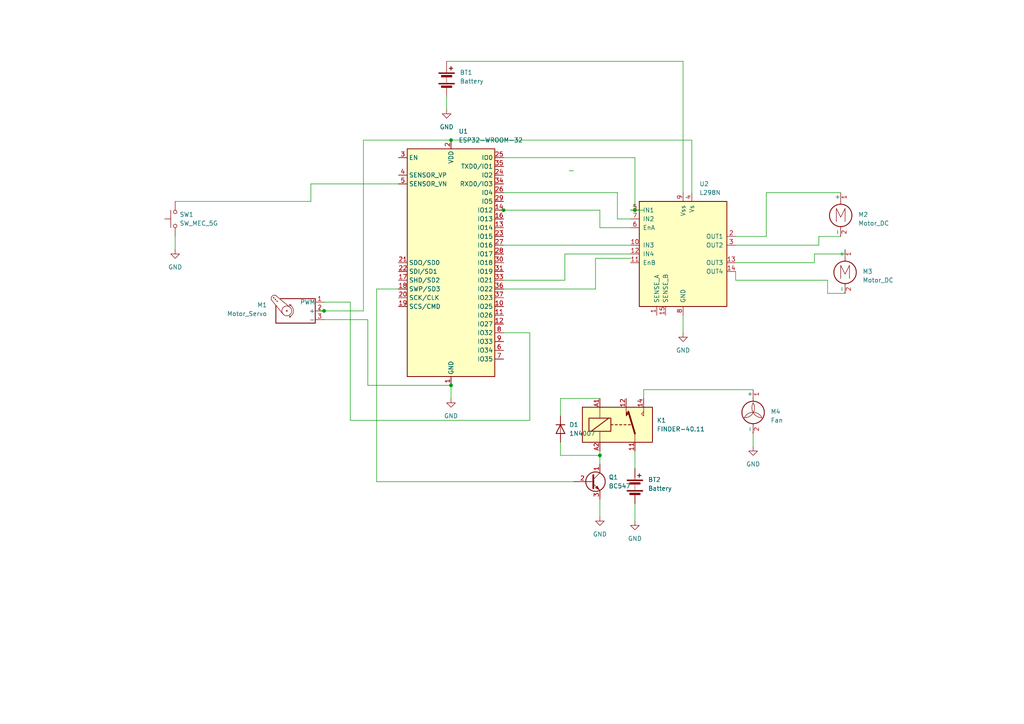
<source format=kicad_sch>
(kicad_sch (version 20230121) (generator eeschema)
  (paper "A4")
  (title_block (title "RobotG7") (date "2024-05-30") (rev "v1.0.0") (company "Groupe 7 Télecom") (comment 1 "Travail pratique de Robotique"))
  (lib_symbols
    (symbol "Device:Battery" (pin_numbers hide) (pin_names (offset 0) hide)
      (property "Reference" "BT" (at 2.54 2.54 0))
      (property "Value" "Battery" (at 2.54 0 0))
      (symbol "Battery_0_1"
        (rectangle (start -2.286 -1.27) (end 2.286 -1.524) (fill (type outline)))
        (rectangle (start -2.286 1.778) (end 2.286 1.524) (fill (type outline)))
        (rectangle (start -1.524 -2.032) (end 1.524 -2.54) (fill (type outline)))
        (rectangle (start -1.524 1.016) (end 1.524 0.508) (fill (type outline)))
        (polyline (pts (xy 0 -1.016) (xy 0 -0.762)))
        (polyline (pts (xy 0 -0.508) (xy 0 -0.254)))
        (polyline (pts (xy 0 0) (xy 0 0.254)))
        (polyline (pts (xy 0 1.778) (xy 0 2.54)))
        (polyline (pts (xy 0.762 3.048) (xy 1.778 3.048)) (stroke (width 0.254)))
        (polyline (pts (xy 1.27 3.556) (xy 1.27 2.54)) (stroke (width 0.254)))
      )
      (symbol "Battery_1_1"
        (pin passive line (at 0 5.08 270) (length 2.54) (name "+") (number "1"))
        (pin passive line (at 0 -5.08 90) (length 2.54) (name "-") (number "2"))
      )
    )
    (symbol "Diode:1N4007" (pin_numbers hide) (pin_names hide)
      (property "Reference" "D" (at 0 2.54 0))
      (property "Value" "1N4007" (at 0 -2.54 0))
      (symbol "1N4007_0_1"
        (polyline (pts (xy -1.27 1.27) (xy -1.27 -1.27)) (stroke (width 0.254)))
        (polyline (pts (xy 1.27 0) (xy -1.27 0)))
        (polyline (pts (xy 1.27 1.27) (xy 1.27 -1.27) (xy -1.27 0) (xy 1.27 1.27)) (stroke (width 0.254)))
      )
      (symbol "1N4007_1_1"
        (pin passive line (at -3.81 0 0) (length 2.54) (name "K") (number "1"))
        (pin passive line (at 3.81 0 180) (length 2.54) (name "A") (number "2"))
      )
    )
    (symbol "Driver_Motor:L298N" (pin_names (offset 1.016))
      (property "Reference" "U" (at -10.16 16.51 0))
      (property "Value" "L298N" (at 12.7 16.51 0))
      (symbol "L298N_0_1"
        (rectangle (start -12.7 15.24) (end 12.7 -15.24) (stroke (width 0.254)) (fill (type background)))
      )
      (symbol "L298N_1_1"
        (pin power_in line (at -7.62 -17.78 90) (length 2.54) (name "SENSE_A") (number "1"))
        (pin input line (at -15.24 2.54 0) (length 2.54) (name "IN3") (number "10"))
        (pin input line (at -15.24 -2.54 0) (length 2.54) (name "EnB") (number "11"))
        (pin input line (at -15.24 0 0) (length 2.54) (name "IN4") (number "12"))
        (pin output line (at 15.24 -2.54 180) (length 2.54) (name "OUT3") (number "13"))
        (pin output line (at 15.24 -5.08 180) (length 2.54) (name "OUT4") (number "14"))
        (pin power_in line (at -5.08 -17.78 90) (length 2.54) (name "SENSE_B") (number "15"))
        (pin output line (at 15.24 5.08 180) (length 2.54) (name "OUT1") (number "2"))
        (pin output line (at 15.24 2.54 180) (length 2.54) (name "OUT2") (number "3"))
        (pin power_in line (at 2.54 17.78 270) (length 2.54) (name "Vs") (number "4"))
        (pin input line (at -15.24 12.7 0) (length 2.54) (name "IN1") (number "5"))
        (pin input line (at -15.24 7.62 0) (length 2.54) (name "EnA") (number "6"))
        (pin input line (at -15.24 10.16 0) (length 2.54) (name "IN2") (number "7"))
        (pin power_in line (at 0 -17.78 90) (length 2.54) (name "GND") (number "8"))
        (pin power_in line (at 0 17.78 270) (length 2.54) (name "Vss") (number "9"))
      )
    )
    (symbol "Motor:Fan" (pin_names (offset 0))
      (property "Reference" "M" (at 2.54 5.08 0))
      (property "Value" "Fan" (at 2.54 -2.54 0))
      (symbol "Fan_0_1"
        (arc (start -2.54 -0.508) (mid 0.0028 0.9121) (end 0 3.81))
        (polyline (pts (xy 0 -5.08) (xy 0 -4.572)))
        (polyline (pts (xy 0 -2.2352) (xy 0 -2.6416)))
        (polyline (pts (xy 0 4.2672) (xy 0 4.6228)))
        (polyline (pts (xy 0 4.572) (xy 0 5.08)))
        (circle (center 0 1.016) (radius 3.2512) (stroke (width 0.254)))
        (arc (start 0 3.81) (mid 0.053 0.921) (end 2.54 -0.508))
        (arc (start 2.54 -0.508) (mid 0 1.0618) (end -2.54 -0.508))
      )
      (symbol "Fan_1_1"
        (pin passive line (at 0 7.62 270) (length 2.54) (name "+") (number "1"))
        (pin passive line (at 0 -5.08 90) (length 2.54) (name "-") (number "2"))
      )
    )
    (symbol "Motor:Motor_DC" (pin_names (offset 0))
      (property "Reference" "M" (at 2.54 2.54 0))
      (property "Value" "Motor_DC" (at 2.54 -5.08 0))
      (symbol "Motor_DC_0_0"
        (polyline (pts (xy -1.27 -3.302) (xy -1.27 0.508) (xy 0 -2.032) (xy 1.27 0.508) (xy 1.27 -3.302)))
      )
      (symbol "Motor_DC_0_1"
        (circle (center 0 -1.524) (radius 3.2512) (stroke (width 0.254)))
        (polyline (pts (xy 0 -7.62) (xy 0 -7.112)))
        (polyline (pts (xy 0 -4.7752) (xy 0 -5.1816)))
        (polyline (pts (xy 0 1.7272) (xy 0 2.0828)))
        (polyline (pts (xy 0 2.032) (xy 0 2.54)))
      )
      (symbol "Motor_DC_1_1"
        (pin passive line (at 0 5.08 270) (length 2.54) (name "+") (number "1"))
        (pin passive line (at 0 -7.62 90) (length 2.54) (name "-") (number "2"))
      )
    )
    (symbol "Motor:Motor_Servo" (pin_names (offset 0.0254))
      (property "Reference" "M" (at -5.08 4.445 0))
      (property "Value" "Motor_Servo" (at -5.08 -4.064 0))
      (symbol "Motor_Servo_0_1"
        (polyline (pts (xy 2.413 -1.778) (xy 2.032 -1.778)))
        (polyline (pts (xy 2.413 -1.778) (xy 2.286 -1.397)))
        (polyline (pts (xy 2.413 1.778) (xy 1.905 1.778)))
        (polyline (pts (xy 2.413 1.778) (xy 2.286 1.397)))
        (polyline (pts (xy 6.35 4.445) (xy 2.54 1.27)))
        (polyline (pts (xy 7.62 3.175) (xy 4.191 -1.016)))
        (polyline (pts (xy 5.08 3.556) (xy -5.08 3.556) (xy -5.08 -3.556) (xy 6.35 -3.556) (xy 6.35 1.524)) (stroke (width 0.254)))
        (arc (start 2.413 1.778) (mid 1.2406 0) (end 2.413 -1.778))
        (circle (center 3.175 0) (radius 0.1778))
        (circle (center 3.175 0) (radius 1.4224))
        (circle (center 5.969 2.794) (radius 0.127))
        (circle (center 6.477 3.302) (radius 0.127))
        (circle (center 6.985 3.81) (radius 0.127))
        (arc (start 7.62 3.175) (mid 7.4485 4.2735) (end 6.35 4.445))
      )
      (symbol "Motor_Servo_1_1"
        (pin passive line (at -7.62 2.54 0) (length 2.54) (name "PWM") (number "1"))
        (pin passive line (at -7.62 0 0) (length 2.54) (name "+") (number "2"))
        (pin passive line (at -7.62 -2.54 0) (length 2.54) (name "-") (number "3"))
      )
    )
    (symbol "RF_Module:ESP32-WROOM-32"
      (property "Reference" "U" (at -12.7 34.29 0))
      (property "Value" "ESP32-WROOM-32" (at 1.27 34.29 0))
      (symbol "ESP32-WROOM-32_0_1"
        (rectangle (start -12.7 33.02) (end 12.7 -33.02) (stroke (width 0.254)) (fill (type background)))
      )
      (symbol "ESP32-WROOM-32_1_1"
        (pin power_in line (at 0 -35.56 90) (length 2.54) (name "GND") (number "1"))
        (pin bidirectional line (at 15.24 -12.7 180) (length 2.54) (name "IO25") (number "10"))
        (pin bidirectional line (at 15.24 -15.24 180) (length 2.54) (name "IO26") (number "11"))
        (pin bidirectional line (at 15.24 -17.78 180) (length 2.54) (name "IO27") (number "12"))
        (pin bidirectional line (at 15.24 10.16 180) (length 2.54) (name "IO14") (number "13"))
        (pin bidirectional line (at 15.24 15.24 180) (length 2.54) (name "IO12") (number "14"))
        (pin passive line (at 0 -35.56 90) (length 2.54) hide (name "GND") (number "15"))
        (pin bidirectional line (at 15.24 12.7 180) (length 2.54) (name "IO13") (number "16"))
        (pin bidirectional line (at -15.24 -5.08 0) (length 2.54) (name "SHD/SD2") (number "17"))
        (pin bidirectional line (at -15.24 -7.62 0) (length 2.54) (name "SWP/SD3") (number "18"))
        (pin bidirectional line (at -15.24 -12.7 0) (length 2.54) (name "SCS/CMD") (number "19"))
        (pin power_in line (at 0 35.56 270) (length 2.54) (name "VDD") (number "2"))
        (pin bidirectional line (at -15.24 -10.16 0) (length 2.54) (name "SCK/CLK") (number "20"))
        (pin bidirectional line (at -15.24 0 0) (length 2.54) (name "SDO/SD0") (number "21"))
        (pin bidirectional line (at -15.24 -2.54 0) (length 2.54) (name "SDI/SD1") (number "22"))
        (pin bidirectional line (at 15.24 7.62 180) (length 2.54) (name "IO15") (number "23"))
        (pin bidirectional line (at 15.24 25.4 180) (length 2.54) (name "IO2") (number "24"))
        (pin bidirectional line (at 15.24 30.48 180) (length 2.54) (name "IO0") (number "25"))
        (pin bidirectional line (at 15.24 20.32 180) (length 2.54) (name "IO4") (number "26"))
        (pin bidirectional line (at 15.24 5.08 180) (length 2.54) (name "IO16") (number "27"))
        (pin bidirectional line (at 15.24 2.54 180) (length 2.54) (name "IO17") (number "28"))
        (pin bidirectional line (at 15.24 17.78 180) (length 2.54) (name "IO5") (number "29"))
        (pin input line (at -15.24 30.48 0) (length 2.54) (name "EN") (number "3"))
        (pin bidirectional line (at 15.24 0 180) (length 2.54) (name "IO18") (number "30"))
        (pin bidirectional line (at 15.24 -2.54 180) (length 2.54) (name "IO19") (number "31"))
        (pin no_connect line (at -12.7 -27.94 0) (length 2.54) hide (name "NC") (number "32"))
        (pin bidirectional line (at 15.24 -5.08 180) (length 2.54) (name "IO21") (number "33"))
        (pin bidirectional line (at 15.24 22.86 180) (length 2.54) (name "RXD0/IO3") (number "34"))
        (pin bidirectional line (at 15.24 27.94 180) (length 2.54) (name "TXD0/IO1") (number "35"))
        (pin bidirectional line (at 15.24 -7.62 180) (length 2.54) (name "IO22") (number "36"))
        (pin bidirectional line (at 15.24 -10.16 180) (length 2.54) (name "IO23") (number "37"))
        (pin passive line (at 0 -35.56 90) (length 2.54) hide (name "GND") (number "38"))
        (pin passive line (at 0 -35.56 90) (length 2.54) hide (name "GND") (number "39"))
        (pin input line (at -15.24 25.4 0) (length 2.54) (name "SENSOR_VP") (number "4"))
        (pin input line (at -15.24 22.86 0) (length 2.54) (name "SENSOR_VN") (number "5"))
        (pin input line (at 15.24 -25.4 180) (length 2.54) (name "IO34") (number "6"))
        (pin input line (at 15.24 -27.94 180) (length 2.54) (name "IO35") (number "7"))
        (pin bidirectional line (at 15.24 -20.32 180) (length 2.54) (name "IO32") (number "8"))
        (pin bidirectional line (at 15.24 -22.86 180) (length 2.54) (name "IO33") (number "9"))
      )
    )
    (symbol "Relay:FINDER-40.11"
      (property "Reference" "K" (at 11.43 3.81 0))
      (property "Value" "FINDER-40.11" (at 11.43 1.27 0))
      (symbol "FINDER-40.11_0_0"
        (polyline (pts (xy 7.62 5.08) (xy 7.62 2.54) (xy 6.985 3.175) (xy 7.62 3.81)))
      )
      (symbol "FINDER-40.11_0_1"
        (rectangle (start -10.16 5.08) (end 10.16 -5.08) (stroke (width 0.254)) (fill (type background)))
        (rectangle (start -8.255 1.905) (end -1.905 -1.905) (stroke (width 0.254)))
        (polyline (pts (xy -7.62 -1.905) (xy -2.54 1.905)) (stroke (width 0.254)))
        (polyline (pts (xy -5.08 -5.08) (xy -5.08 -1.905)))
        (polyline (pts (xy -5.08 5.08) (xy -5.08 1.905)))
        (polyline (pts (xy -1.905 0) (xy -1.27 0)) (stroke (width 0.254)))
        (polyline (pts (xy -0.635 0) (xy 0 0)) (stroke (width 0.254)))
        (polyline (pts (xy 0.635 0) (xy 1.27 0)) (stroke (width 0.254)))
        (polyline (pts (xy 1.905 0) (xy 2.54 0)) (stroke (width 0.254)))
        (polyline (pts (xy 3.175 0) (xy 3.81 0)) (stroke (width 0.254)))
        (polyline (pts (xy 5.08 -2.54) (xy 3.175 3.81)) (stroke (width 0.508)))
        (polyline (pts (xy 5.08 -2.54) (xy 5.08 -5.08)))
        (polyline (pts (xy 2.54 5.08) (xy 2.54 2.54) (xy 3.175 3.175) (xy 2.54 3.81)) (fill (type outline)))
      )
      (symbol "FINDER-40.11_1_1"
        (pin passive line (at 5.08 -7.62 90) (length 2.54) (name "~") (number "11"))
        (pin passive line (at 2.54 7.62 270) (length 2.54) (name "~") (number "12"))
        (pin passive line (at 7.62 7.62 270) (length 2.54) (name "~") (number "14"))
        (pin passive line (at -5.08 7.62 270) (length 2.54) (name "~") (number "A1"))
        (pin passive line (at -5.08 -7.62 90) (length 2.54) (name "~") (number "A2"))
      )
    )
    (symbol "Switch:SW_MEC_5G" (pin_numbers hide) (pin_names (offset 1.016) hide)
      (property "Reference" "SW" (at 1.27 2.54 0))
      (property "Value" "SW_MEC_5G" (at 0 -1.524 0))
      (symbol "SW_MEC_5G_0_1"
        (circle (center -2.032 0) (radius 0.508))
        (polyline (pts (xy 0 1.27) (xy 0 3.048)))
        (polyline (pts (xy 2.54 1.27) (xy -2.54 1.27)))
        (circle (center 2.032 0) (radius 0.508))
        (pin passive line (at -5.08 0 0) (length 2.54) (name "A") (number "1"))
        (pin passive line (at 5.08 0 180) (length 2.54) (name "B") (number "3"))
      )
      (symbol "SW_MEC_5G_1_1"
        (pin passive line (at -5.08 0 0) (length 2.54) hide (name "A") (number "2"))
        (pin passive line (at 5.08 0 180) (length 2.54) hide (name "B") (number "4"))
      )
    )
    (symbol "Transistor_BJT:BC547" (pin_names (offset 0) hide)
      (property "Reference" "Q" (at 5.08 1.905 0))
      (property "Value" "BC547" (at 5.08 0 0))
      (symbol "BC547_0_1"
        (polyline (pts (xy 0 0) (xy 0.635 0)))
        (polyline (pts (xy 0.635 0.635) (xy 2.54 2.54)))
        (polyline (pts (xy 0.635 -0.635) (xy 2.54 -2.54) (xy 2.54 -2.54)))
        (polyline (pts (xy 0.635 1.905) (xy 0.635 -1.905) (xy 0.635 -1.905)) (stroke (width 0.508)))
        (polyline (pts (xy 1.27 -1.778) (xy 1.778 -1.27) (xy 2.286 -2.286) (xy 1.27 -1.778) (xy 1.27 -1.778)) (fill (type outline)))
        (circle (center 1.27 0) (radius 2.8194) (stroke (width 0.254)))
      )
      (symbol "BC547_1_1"
        (pin passive line (at 2.54 5.08 270) (length 2.54) (name "C") (number "1"))
        (pin input line (at -5.08 0 0) (length 5.08) (name "B") (number "2"))
        (pin passive line (at 2.54 -5.08 90) (length 2.54) (name "E") (number "3"))
      )
    )
    (symbol "power:GND" (power) (pin_names (offset 0))
      (property "Value" "GND" (at 0 -3.81 0))
      (symbol "GND_0_1"
        (polyline (pts (xy 0 0) (xy 0 -1.27) (xy 1.27 -1.27) (xy 0 -2.54) (xy -1.27 -1.27) (xy 0 -1.27)))
      )
      (symbol "GND_1_1"
        (pin power_in line (at 0 0 270) (length 0) hide (name "GND") (number "1"))
      )
    )
  )
  (junction (at 130.81 40.64))
  (junction (at 173.99 132.08))
  (junction (at 146.05 60.96))
  (junction (at 184.15 60.96))
  (junction (at 93.98 90.17))
  (junction (at 130.81 111.76))
  (wire (pts (xy 186.69 113.03) (xy 218.44 113.03)))
  (wire (pts (xy 240.03 81.28) (xy 240.03 85.09)))
  (wire (pts (xy 165.1 49.53) (xy 166.37 49.53)))
  (wire (pts (xy 146.05 81.28) (xy 163.83 81.28)))
  (wire (pts (xy 218.44 125.73) (xy 218.44 129.54)))
  (wire (pts (xy 184.15 60.96) (xy 186.69 60.96)))
  (wire (pts (xy 50.8 58.42) (xy 90.17 58.42)))
  (wire (pts (xy 105.41 40.64) (xy 105.41 90.17)))
  (wire (pts (xy 213.36 81.28) (xy 240.03 81.28)))
  (wire (pts (xy 130.81 111.76) (xy 106.68 111.76)))
  (wire (pts (xy 105.41 90.17) (xy 93.98 90.17)))
  (wire (pts (xy 146.05 96.52) (xy 153.67 96.52)))
  (wire (pts (xy 173.99 132.08) (xy 173.99 134.62)))
  (wire (pts (xy 198.12 17.78) (xy 198.12 55.88)))
  (wire (pts (xy 213.36 78.74) (xy 213.36 81.28)))
  (wire (pts (xy 200.66 55.88) (xy 200.66 40.64)))
  (wire (pts (xy 106.68 92.71) (xy 93.98 92.71)))
  (wire (pts (xy 162.56 115.57) (xy 162.56 120.65)))
  (wire (pts (xy 93.98 87.63) (xy 101.6 87.63)))
  (wire (pts (xy 172.72 83.82) (xy 172.72 74.93)))
  (wire (pts (xy 106.68 111.76) (xy 106.68 92.71)))
  (wire (pts (xy 93.98 90.17) (xy 92.71 90.17)))
  (wire (pts (xy 162.56 132.08) (xy 173.99 132.08)))
  (wire (pts (xy 184.15 130.81) (xy 184.15 135.89)))
  (wire (pts (xy 129.54 27.94) (xy 129.54 31.75)))
  (wire (pts (xy 153.67 96.52) (xy 153.67 121.92)))
  (wire (pts (xy 198.12 91.44) (xy 198.12 96.52)))
  (wire (pts (xy 163.83 81.28) (xy 163.83 73.66)))
  (wire (pts (xy 222.25 55.88) (xy 243.84 55.88)))
  (wire (pts (xy 166.37 139.7) (xy 109.22 139.7)))
  (wire (pts (xy 222.25 68.58) (xy 222.25 55.88)))
  (wire (pts (xy 173.99 144.78) (xy 173.99 149.86)))
  (wire (pts (xy 50.8 68.58) (xy 50.8 72.39)))
  (wire (pts (xy 173.99 130.81) (xy 173.99 132.08)))
  (wire (pts (xy 173.99 66.04) (xy 182.88 66.04)))
  (wire (pts (xy 109.22 83.82) (xy 115.57 83.82)))
  (wire (pts (xy 146.05 71.12) (xy 182.88 71.12)))
  (wire (pts (xy 90.17 53.34) (xy 115.57 53.34)))
  (wire (pts (xy 237.49 71.12) (xy 237.49 68.58)))
  (wire (pts (xy 163.83 73.66) (xy 182.88 73.66)))
  (wire (pts (xy 130.81 111.76) (xy 130.81 115.57)))
  (wire (pts (xy 162.56 128.27) (xy 162.56 132.08)))
  (wire (pts (xy 240.03 85.09) (xy 245.11 85.09)))
  (wire (pts (xy 173.99 115.57) (xy 162.56 115.57)))
  (wire (pts (xy 130.81 40.64) (xy 200.66 40.64)))
  (wire (pts (xy 179.07 63.5) (xy 182.88 63.5)))
  (wire (pts (xy 184.15 146.05) (xy 184.15 151.13)))
  (wire (pts (xy 109.22 139.7) (xy 109.22 83.82)))
  (wire (pts (xy 182.88 60.96) (xy 184.15 60.96)))
  (wire (pts (xy 144.78 60.96) (xy 146.05 60.96)))
  (wire (pts (xy 146.05 55.88) (xy 179.07 55.88)))
  (wire (pts (xy 129.54 17.78) (xy 198.12 17.78)))
  (wire (pts (xy 146.05 45.72) (xy 184.15 45.72)))
  (wire (pts (xy 245.11 73.66) (xy 245.11 72.39)))
  (wire (pts (xy 105.41 40.64) (xy 130.81 40.64)))
  (wire (pts (xy 236.22 76.2) (xy 236.22 73.66)))
  (wire (pts (xy 213.36 76.2) (xy 236.22 76.2)))
  (wire (pts (xy 184.15 45.72) (xy 184.15 60.96)))
  (wire (pts (xy 179.07 55.88) (xy 179.07 63.5)))
  (wire (pts (xy 146.05 60.96) (xy 173.99 60.96)))
  (wire (pts (xy 172.72 74.93) (xy 182.88 74.93)))
  (wire (pts (xy 237.49 68.58) (xy 243.84 68.58)))
  (wire (pts (xy 213.36 68.58) (xy 222.25 68.58)))
  (wire (pts (xy 90.17 58.42) (xy 90.17 53.34)))
  (wire (pts (xy 92.71 90.17) (xy 92.71 88.9)))
  (wire (pts (xy 153.67 121.92) (xy 101.6 121.92)))
  (wire (pts (xy 146.05 83.82) (xy 172.72 83.82)))
  (wire (pts (xy 173.99 60.96) (xy 173.99 66.04)))
  (wire (pts (xy 186.69 115.57) (xy 186.69 113.03)))
  (wire (pts (xy 236.22 73.66) (xy 245.11 73.66)))
  (wire (pts (xy 101.6 121.92) (xy 101.6 87.63)))
  (wire (pts (xy 213.36 71.12) (xy 237.49 71.12)))
  (symbol (lib_id "Motor:Motor_DC") (at 243.84 60.96 0) (unit 1)
    (property "Reference" "M2" (at 248.92 62.23 0) (effects (justify left)))
    (property "Value" "Motor_DC" (at 248.92 64.77 0) (effects (justify left)))
  )
  (symbol (lib_id "Relay:FINDER-40.11") (at 179.07 123.19 0) (unit 1)
    (property "Reference" "K1" (at 190.5 121.92 0) (effects (justify left)))
    (property "Value" "FINDER-40.11" (at 190.5 124.46 0) (effects (justify left)))
    (property "Footprint" "Relay_THT:Relay_SPDT_Finder_40.11" (effects hide))
    (property "Datasheet" "https://www.finder-relais.net/de/finder-relais-serie-40.pdf" (effects hide))
  )
  (symbol (lib_id "Device:Battery") (at 129.54 22.86 0) (unit 1)
    (property "Reference" "BT1" (at 133.35 21.0185 0) (effects (justify left)))
    (property "Value" "Battery" (at 133.35 23.5585 0) (effects (justify left)))
  )
  (symbol (lib_id "power:GND") (at 218.44 129.54 0) (unit 1)
    (property "Reference" "#PWR03" (effects hide))
    (property "Value" "GND" (at 218.44 134.62 0))
  )
  (symbol (lib_id "Motor:Fan") (at 218.44 120.65 0) (unit 1)
    (property "Reference" "M4" (at 223.52 119.38 0) (effects (justify left)))
    (property "Value" "Fan" (at 223.52 121.92 0) (effects (justify left)))
  )
  (symbol (lib_id "Driver_Motor:L298N") (at 198.12 73.66 0) (unit 1)
    (property "Reference" "U2" (at 202.8541 53.34 0) (effects (justify left)))
    (property "Value" "L298N" (at 202.8541 55.88 0) (effects (justify left)))
    (property "Footprint" "Package_TO_SOT_THT:TO-220-15_P2.54x2.54mm_StaggerOdd_Lead4.58mm_Vertical" (effects hide))
    (property "Datasheet" "http://www.st.com/st-web-ui/static/active/en/resource/technical/document/datasheet/CD00000240.pdf" (effects hide))
  )
  (symbol (lib_id "Motor:Motor_Servo") (at 86.36 90.17 0) (mirror y) (unit 1)
    (property "Reference" "M1" (at 77.47 88.4666 0) (effects (justify left)))
    (property "Value" "Motor_Servo" (at 77.47 91.0066 0) (effects (justify left)))
    (property "Datasheet" "http://forums.parallax.com/uploads/attachments/46831/74481.png" (effects hide))
  )
  (symbol (lib_id "power:GND") (at 198.12 96.52 0) (unit 1)
    (property "Reference" "#PWR04" (effects hide))
    (property "Value" "GND" (at 198.12 101.6 0))
  )
  (symbol (lib_id "power:GND") (at 50.8 72.39 0) (unit 1)
    (property "Reference" "#PWR01" (effects hide))
    (property "Value" "GND" (at 50.8 77.47 0))
  )
  (symbol (lib_id "Diode:1N4007") (at 162.56 124.46 270) (unit 1)
    (property "Reference" "D1" (at 165.1 123.19 90) (effects (justify left)))
    (property "Value" "1N4007" (at 165.1 125.73 90) (effects (justify left)))
    (property "Footprint" "Diode_THT:D_DO-41_SOD81_P10.16mm_Horizontal" (effects hide))
    (property "Datasheet" "http://www.vishay.com/docs/88503/1n4001.pdf" (effects hide))
    (property "Sim.Device" "D" (effects hide))
    (property "Sim.Pins" "1=K 2=A" (effects hide))
  )
  (symbol (lib_id "Transistor_BJT:BC547") (at 171.45 139.7 0) (unit 1)
    (property "Reference" "Q1" (at 176.53 138.43 0) (effects (justify left)))
    (property "Value" "BC547" (at 176.53 140.97 0) (effects (justify left)))
    (property "Footprint" "Package_TO_SOT_THT:TO-92_Inline" (effects hide))
    (property "Datasheet" "https://www.onsemi.com/pub/Collateral/BC550-D.pdf" (effects hide))
  )
  (symbol (lib_id "RF_Module:ESP32-WROOM-32") (at 130.81 76.2 0) (unit 1)
    (property "Reference" "U1" (at 133.0041 38.1 0) (effects (justify left)))
    (property "Value" "ESP32-WROOM-32" (at 133.0041 40.64 0) (effects (justify left)))
    (property "Footprint" "RF_Module:ESP32-WROOM-32" (effects hide))
    (property "Datasheet" "https://www.espressif.com/sites/default/files/documentation/esp32-wroom-32_datasheet_en.pdf" (effects hide))
  )
  (symbol (lib_id "Device:Battery") (at 184.15 140.97 0) (unit 1)
    (property "Reference" "BT2" (at 187.96 139.1285 0) (effects (justify left)))
    (property "Value" "Battery" (at 187.96 141.6685 0) (effects (justify left)))
  )
  (symbol (lib_id "Motor:Motor_DC") (at 245.11 77.47 0) (unit 1)
    (property "Reference" "M3" (at 250.19 78.74 0) (effects (justify left)))
    (property "Value" "Motor_DC" (at 250.19 81.28 0) (effects (justify left)))
  )
  (symbol (lib_id "Switch:SW_MEC_5G") (at 50.8 63.5 90) (unit 1)
    (property "Reference" "SW1" (at 52.07 62.23 90) (effects (justify right)))
    (property "Value" "SW_MEC_5G" (at 52.07 64.77 90) (effects (justify right)))
    (property "Datasheet" "http://www.apem.com/int/index.php?controller=attachment&id_attachment=488" (effects hide))
  )
  (symbol (lib_id "power:GND") (at 184.15 151.13 0) (unit 1)
    (property "Reference" "#PWR07" (effects hide))
    (property "Value" "GND" (at 184.15 156.21 0))
  )
  (symbol (lib_id "power:GND") (at 173.99 149.86 0) (unit 1)
    (property "Reference" "#PWR02" (effects hide))
    (property "Value" "GND" (at 173.99 154.94 0))
  )
  (symbol (lib_id "power:GND") (at 130.81 115.57 0) (unit 1)
    (property "Reference" "#PWR05" (effects hide))
    (property "Value" "GND" (at 130.81 120.65 0))
  )
  (symbol (lib_id "power:GND") (at 129.54 31.75 0) (unit 1)
    (property "Reference" "#PWR06" (effects hide))
    (property "Value" "GND" (at 129.54 36.83 0))
  )
)
</source>
